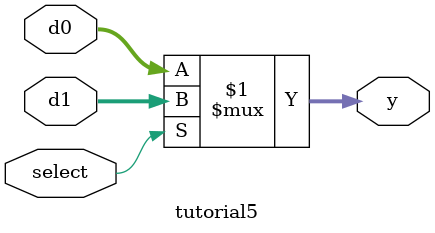
<source format=v>
module tutorial5(
    input [3:0] d0,
    input [3:0] d1,
    input select,
    output [3:0] y
);

assign y = select ? d1 : d0;

endmodule

//2x1 multiplexer
//select = 0 ise y = d0 olur
//select = 1 ise y = d1 olur

//assign y = s ? d1 : d0
//select doğruysa y = d1
//select yanlışsa y = d0
</source>
